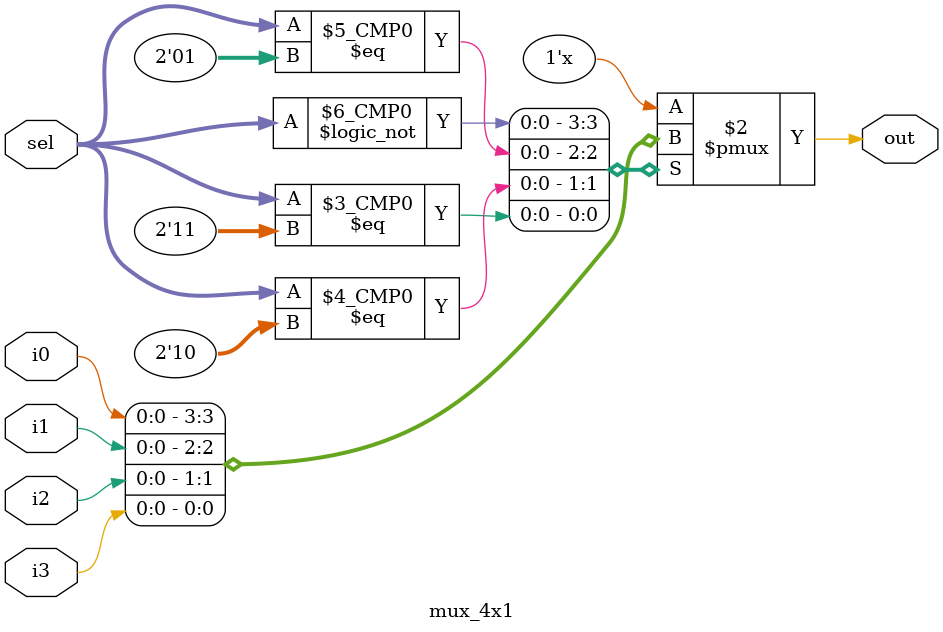
<source format=sv>
module mux_4x1(
	input logic i0,i1,i2,i3,
	input logic [1:0] sel,
	output logic out
);

	/*assign out = (~sel[1] && ~sel[0] && i0) ||
		(~sel[1] && sel[0] && i1) ||
		(sel[1] && ~sel[0] && i2) ||
		(sel[1] && sel[0] && i3);*/

	always_comb begin
		case(sel)
			2'b00: out = i0;
			2'b01: out = i1;
			2'b10: out = i2;
			2'b11: out = i3;
			default: out = 0;
		endcase
	end

endmodule

</source>
